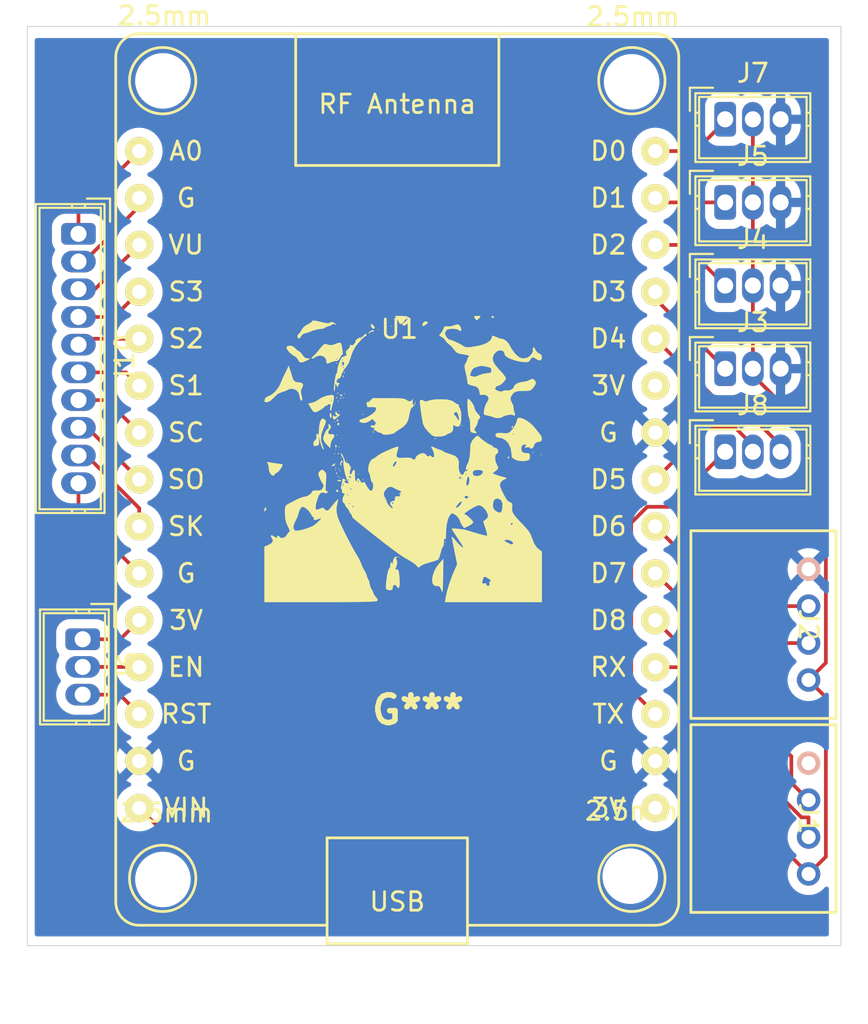
<source format=kicad_pcb>
(kicad_pcb (version 20240108) (generator "pcbnew") (generator_version "8.0")
  (layers (0 "F.Cu" signal) (31 "B.Cu" signal) (34 "B.Paste" user) (35 "F.Paste" user) (36 "B.SilkS" user "B.Silkscreen") (37 "F.SilkS" user "F.Silkscreen") (38 "B.Mask" user) (39 "F.Mask" user) (44 "Edge.Cuts" user))
  (net 0 "")
  (net 1 "Net-(U1-D8(GPIO15))")
  (net 2 "Net-(J3-Pin_2)")
  (net 4 "Net-(U1-RX(DPIO3))")
  (net 5 "GND")
  (net 6 "Net-(U1-D6(GPIO12))")
  (net 7 "Net-(U1-D7(GPIO13))")
  (net 8 "Net-(J3-Pin_1)")
  (net 9 "Net-(J4-Pin_1)")
  (net 10 "Net-(J5-Pin_1)")
  (net 11 "Net-(J6-Pin_2)")
  (net 12 "Net-(J6-Pin_3)")
  (net 13 "Net-(J6-Pin_1)")
  (net 14 "Net-(J7-Pin_1)")
  (net 15 "Net-(J8-Pin_2)")
  (net 16 "Net-(J8-Pin_3)")
  (net 17 "Net-(J8-Pin_1)")
  (net 18 "Net-(J9-Pin_2)")
  (net 19 "Net-(J9-Pin_1)")
  (net 20 "Net-(J10-Pin_6)")
  (net 21 "Net-(J10-Pin_1)")
  (net 22 "Net-(J10-Pin_10)")
  (net 23 "Net-(J10-Pin_9)")
  (net 24 "Net-(J10-Pin_3)")
  (net 25 "Net-(J10-Pin_2)")
  (net 26 "Net-(J10-Pin_5)")
  (net 27 "Net-(J10-Pin_7)")
  (net 28 "Net-(J10-Pin_4)")
  (net 29 "Net-(J10-Pin_8)")
  (footprint "Connector_Wuerth:Wuerth_WR-WTB_64800311622_1x03_P1.50mm_Vertical" (layer "F.Cu") (at 99.7204 91.8972 -90)
    (property "Reference" "J6" (at 1.5 -2.5 90) (layer "F.SilkS"))
    (property "Value" "Conn_01x03_Pin" (hide yes))
    (pad "1" thru_hole roundrect (at 0 0 270) (size 1.17 1.87) (drill 0.87) (layers "*.Cu" "*.Mask") (roundrect_rratio 0.213675) (net 13 "Net-(J6-Pin_1)"))
    (pad "2" thru_hole oval (at 1.5 0 270) (size 1.17 1.87) (drill 0.87) (layers "*.Cu" "*.Mask") (net 11 "Net-(J6-Pin_2)"))
    (pad "3" thru_hole oval (at 3 0 270) (size 1.17 1.87) (drill 0.87) (layers "*.Cu" "*.Mask") (net 12 "Net-(J6-Pin_3)"))
  )
  (footprint "MountingHole:MountingHole_2.5mm" (layer "F.Cu") (at 129.3622 104.7242)
    (property "Reference" "2.5mm" (at 0.0762 -3.5306 0) (layer "F.SilkS"))
    (property "Value" "MountingHole_2.5mm")
    (pad "" np_thru_hole circle (at 0 0) (size 2.5 2.5) (drill 2.5) (layers "*.Cu" "*.Mask"))
  )
  (footprint "MountingHole:MountingHole_2.5mm" (layer "F.Cu") (at 129.4384 61.722)
    (property "Reference" "2.5mm" (at 0.0762 -3.5306 0) (layer "F.SilkS"))
    (property "Value" "MountingHole_2.5mm")
    (pad "" np_thru_hole circle (at 0 0) (size 2.5 2.5) (drill 2.5) (layers "*.Cu" "*.Mask"))
  )
  (footprint "Connector_Wuerth:Wuerth_WR-WTB_64800311622_1x03_P1.50mm_Vertical" (layer "F.Cu") (at 134.5 68.25)
    (property "Reference" "J5" (at 1.5 -2.5 0) (layer "F.SilkS"))
    (property "Value" "Conn_01x03_Pin")
    (pad "1" thru_hole roundrect (at 0 0) (size 1.17 1.87) (drill 0.87) (layers "*.Cu" "*.Mask") (roundrect_rratio 0.213675) (net 10 "Net-(J5-Pin_1)"))
    (pad "2" thru_hole oval (at 1.5 0) (size 1.17 1.87) (drill 0.87) (layers "*.Cu" "*.Mask") (net 2 "Net-(J3-Pin_2)"))
    (pad "3" thru_hole oval (at 3 0) (size 1.17 1.87) (drill 0.87) (layers "*.Cu" "*.Mask") (net 5 "GND"))
  )
  (footprint "Connector_Wuerth:Wuerth_WR-WTB_64801011622_1x10_P1.50mm_Vertical" (layer "F.Cu") (at 99.4918 69.9516 -90)
    (property "Reference" "J10" (at 6.75 -2.5 90) (layer "F.SilkS"))
    (property "Value" "Conn_01x10_Pin")
    (pad "1" thru_hole roundrect (at 0 0 270) (size 1.17 1.87) (drill 0.87) (layers "*.Cu" "*.Mask") (roundrect_rratio 0.213675) (net 21 "Net-(J10-Pin_1)"))
    (pad "2" thru_hole oval (at 1.5 0 270) (size 1.17 1.87) (drill 0.87) (layers "*.Cu" "*.Mask") (net 25 "Net-(J10-Pin_2)"))
    (pad "3" thru_hole oval (at 3 0 270) (size 1.17 1.87) (drill 0.87) (layers "*.Cu" "*.Mask") (net 24 "Net-(J10-Pin_3)"))
    (pad "4" thru_hole oval (at 4.5 0 270) (size 1.17 1.87) (drill 0.87) (layers "*.Cu" "*.Mask") (net 28 "Net-(J10-Pin_4)"))
    (pad "5" thru_hole oval (at 6 0 270) (size 1.17 1.87) (drill 0.87) (layers "*.Cu" "*.Mask") (net 26 "Net-(J10-Pin_5)"))
    (pad "6" thru_hole oval (at 7.5 0 270) (size 1.17 1.87) (drill 0.87) (layers "*.Cu" "*.Mask") (net 20 "Net-(J10-Pin_6)"))
    (pad "7" thru_hole oval (at 9 0 270) (size 1.17 1.87) (drill 0.87) (layers "*.Cu" "*.Mask") (net 27 "Net-(J10-Pin_7)"))
    (pad "8" thru_hole oval (at 10.5 0 270) (size 1.17 1.87) (drill 0.87) (layers "*.Cu" "*.Mask") (net 29 "Net-(J10-Pin_8)"))
    (pad "9" thru_hole oval (at 12 0 270) (size 1.17 1.87) (drill 0.87) (layers "*.Cu" "*.Mask") (net 23 "Net-(J10-Pin_9)"))
    (pad "10" thru_hole oval (at 13.5 0 270) (size 1.17 1.87) (drill 0.87) (layers "*.Cu" "*.Mask") (net 22 "Net-(J10-Pin_10)"))
  )
  (footprint "Connector_Wuerth:Wuerth_WR-WTB_64800311622_1x03_P1.50mm_Vertical" (layer "F.Cu") (at 134.5 77.25)
    (property "Reference" "J3" (at 1.5 -2.5 0) (layer "F.SilkS"))
    (property "Value" "Conn_01x03_Pin")
    (pad "1" thru_hole roundrect (at 0 0) (size 1.17 1.87) (drill 0.87) (layers "*.Cu" "*.Mask") (roundrect_rratio 0.213675) (net 8 "Net-(J3-Pin_1)"))
    (pad "2" thru_hole oval (at 1.5 0) (size 1.17 1.87) (drill 0.87) (layers "*.Cu" "*.Mask") (net 2 "Net-(J3-Pin_2)"))
    (pad "3" thru_hole oval (at 3 0) (size 1.17 1.87) (drill 0.87) (layers "*.Cu" "*.Mask") (net 5 "GND"))
  )
  (footprint "Connector_Wuerth:Wuerth_WR-WTB_64800311622_1x03_P1.50mm_Vertical" (layer "F.Cu") (at 134.5 72.75)
    (property "Reference" "J4" (at 1.5 -2.5 360) (layer "F.SilkS"))
    (property "Value" "Conn_01x03_Pin")
    (pad "1" thru_hole roundrect (at 0 0) (size 1.17 1.87) (drill 0.87) (layers "*.Cu" "*.Mask") (roundrect_rratio 0.213675) (net 9 "Net-(J4-Pin_1)"))
    (pad "2" thru_hole oval (at 1.5 0) (size 1.17 1.87) (drill 0.87) (layers "*.Cu" "*.Mask") (net 2 "Net-(J3-Pin_2)"))
    (pad "3" thru_hole oval (at 3 0) (size 1.17 1.87) (drill 0.87) (layers "*.Cu" "*.Mask") (net 5 "GND"))
  )
  (footprint "Connector_Wuerth:Wuerth_WR-WTB_64800311622_1x03_P1.50mm_Vertical" (layer "F.Cu") (at 134.5 81.75)
    (property "Reference" "J8" (at 1.5 -2.5 0) (layer "F.SilkS"))
    (property "Value" "Conn_01x03_Pin")
    (pad "1" thru_hole roundrect (at 0 0) (size 1.17 1.87) (drill 0.87) (layers "*.Cu" "*.Mask") (roundrect_rratio 0.213675) (net 17 "Net-(J8-Pin_1)"))
    (pad "2" thru_hole oval (at 1.5 0) (size 1.17 1.87) (drill 0.87) (layers "*.Cu" "*.Mask") (net 15 "Net-(J8-Pin_2)"))
    (pad "3" thru_hole oval (at 3 0) (size 1.17 1.87) (drill 0.87) (layers "*.Cu" "*.Mask") (net 16 "Net-(J8-Pin_3)"))
  )
  (footprint "MountingHole:MountingHole_2.5mm" (layer "F.Cu") (at 104.0638 61.6712)
    (property "Reference" "2.5mm" (at 0.0762 -3.5306 0) (layer "F.SilkS"))
    (property "Value" "MountingHole_2.5mm")
    (pad "" np_thru_hole circle (at 0 0) (size 2.5 2.5) (drill 2.5) (layers "*.Cu" "*.Mask"))
  )
  (footprint "S4B_PH_K_S_LF__SN_:CONN_S4B-PH-K-S_JST" (layer "F.Cu") (at 139.0174 88.104901 -90)
    (property "Reference" "J2" (at 2.999999 0 -90) (layer "F.SilkS"))
    (property "Value" "S4B-PH-K-SLFSN")
    (pad "1" thru_hole circle (at 0 0 270) (size 1.27 1.27) (drill 0.762) (layers "*.Cu" "*.Mask") (net 5 "GND"))
    (pad "2" thru_hole circle (at 1.999999 0 270) (size 1.27 1.27) (drill 0.762) (layers "*.Cu" "*.Mask") (net 6 "Net-(U1-D6(GPIO12))"))
    (pad "3" thru_hole circle (at 4 0 270) (size 1.27 1.27) (drill 0.762) (layers "*.Cu" "*.Mask") (net 7 "Net-(U1-D7(GPIO13))"))
    (pad "4" thru_hole circle (at 5.999998 0 270) (size 1.27 1.27) (drill 0.762) (layers "*.Cu" "*.Mask") (net 2 "Net-(J3-Pin_2)"))
  )
  (footprint "ESP8266:NodeMCU1.0(12-E)" (layer "F.Cu") (at 116.75 83.25)
    (property "Reference" "U1" (at 0.1154 -8.1422 0) (layer "F.SilkS"))
    (property "Value" "NodeMCU1.0(ESP-12E)")
    (fp_text user "RX" (at 11.43 10.16 0) (layer "F.SilkS"))
    (fp_text user "G" (at -11.43 5.08 0) (layer "F.SilkS"))
    (fp_text user "SK" (at -11.43 2.54 0) (layer "F.SilkS"))
    (fp_text user "D5" (at 11.43 0 0) (layer "F.SilkS"))
    (fp_text user "D0" (at 11.43 -17.78 0) (layer "F.SilkS"))
    (fp_text user "G" (at -11.43 15.24 0) (layer "F.SilkS"))
    (fp_text user "A0" (at -11.43 -17.78 0) (layer "F.SilkS"))
    (fp_text user "D6" (at 11.43 2.54 0) (layer "F.SilkS"))
    (fp_text user "G" (at 11.43 15.24 0) (layer "F.SilkS"))
    (fp_text user "TX" (at 11.43 12.7 0) (layer "F.SilkS"))
    (fp_text user "D8" (at 11.43 7.62 0) (layer "F.SilkS"))
    (fp_text user "S3" (at -11.43 -10.16 0) (layer "F.SilkS"))
    (fp_text user "D7" (at 11.43 5.08 0) (layer "F.SilkS"))
    (fp_text user "D2" (at 11.43 -12.7 0) (layer "F.SilkS"))
    (fp_text user "EN" (at -11.43 10.16 0) (layer "F.SilkS"))
    (fp_text user "S2" (at -11.43 -7.62 0) (layer "F.SilkS"))
    (fp_text user "RST" (at -11.43 12.7 0) (layer "F.SilkS"))
    (fp_text user "SO" (at -11.43 0 0) (layer "F.SilkS"))
    (fp_text user "VU" (at -11.43 -12.7 0) (layer "F.SilkS"))
    (fp_text user "SC" (at -11.43 -2.54 0) (layer "F.SilkS"))
    (fp_text user "3V" (at -11.43 7.62 0) (layer "F.SilkS"))
    (fp_text user "S1" (at -11.43 -5.08 0) (layer "F.SilkS"))
    (fp_text user "D4" (at 11.43 -7.62 0) (layer "F.SilkS"))
    (fp_text user "VIN" (at -11.43 17.78 0) (layer "F.SilkS"))
    (fp_text user "RF Antenna" (at 0 -20.32 0) (layer "F.SilkS"))
    (fp_text user "G" (at 11.43 -2.54 0) (layer "F.SilkS"))
    (fp_text user "D1" (at 11.43 -15.24 0) (layer "F.SilkS"))
    (fp_text user "3V" (at 11.43 -5.08 0) (layer "F.SilkS"))
    (fp_text user "G" (at -11.43 -15.24 0) (layer "F.SilkS"))
    (fp_text user "USB" (at 0 22.86 0) (layer "F.SilkS"))
    (fp_text user "D3" (at 11.43 -10.16 0) (layer "F.SilkS"))
    (fp_text user "3V" (at 11.43 17.78 0) (layer "F.SilkS"))
    (pad "1" thru_hole circle (at -13.97 -17.78) (size 1.524 1.524) (drill 0.762) (layers "*.Cu" "*.Mask" "F.SilkS") (net 21 "Net-(J10-Pin_1)"))
    (pad "2" thru_hole circle (at -13.97 -15.24) (size 1.524 1.524) (drill 0.762) (layers "*.Cu" "*.Mask" "F.SilkS") (net 25 "Net-(J10-Pin_2)"))
    (pad "3" thru_hole circle (at -13.97 -12.7) (size 1.524 1.524) (drill 0.762) (layers "*.Cu" "*.Mask" "F.SilkS") (net 24 "Net-(J10-Pin_3)"))
    (pad "4" thru_hole circle (at -13.97 -10.16) (size 1.524 1.524) (drill 0.762) (layers "*.Cu" "*.Mask" "F.SilkS") (net 28 "Net-(J10-Pin_4)"))
    (pad "5" thru_hole circle (at -13.97 -7.62) (size 1.524 1.524) (drill 0.762) (layers "*.Cu" "*.Mask" "F.SilkS") (net 26 "Net-(J10-Pin_5)"))
    (pad "6" thru_hole circle (at -13.97 -5.08) (size 1.524 1.524) (drill 0.762) (layers "*.Cu" "*.Mask" "F.SilkS") (net 20 "Net-(J10-Pin_6)"))
    (pad "7" thru_hole circle (at -13.97 -2.54) (size 1.524 1.524) (drill 0.762) (layers "*.Cu" "*.Mask" "F.SilkS") (net 27 "Net-(J10-Pin_7)"))
    (pad "8" thru_hole circle (at -13.97 0) (size 1.524 1.524) (drill 0.762) (layers "*.Cu" "*.Mask" "F.SilkS") (net 29 "Net-(J10-Pin_8)"))
    (pad "9" thru_hole circle (at -13.97 2.54) (size 1.524 1.524) (drill 0.762) (layers "*.Cu" "*.Mask" "F.SilkS") (net 23 "Net-(J10-Pin_9)"))
    (pad "10" thru_hole circle (at -13.97 5.08) (size 1.524 1.524) (drill 0.762) (layers "*.Cu" "*.Mask" "F.SilkS") (net 22 "Net-(J10-Pin_10)"))
    (pad "11" thru_hole circle (at -13.97 7.62) (size 1.524 1.524) (drill 0.762) (layers "*.Cu" "*.Mask" "F.SilkS") (net 13 "Net-(J6-Pin_1)"))
    (pad "12" thru_hole circle (at -13.97 10.16) (size 1.524 1.524) (drill 0.762) (layers "*.Cu" "*.Mask" "F.SilkS") (net 11 "Net-(J6-Pin_2)"))
    (pad "13" thru_hole circle (at -13.97 12.7) (size 1.524 1.524) (drill 0.762) (layers "*.Cu" "*.Mask" "F.SilkS") (net 12 "Net-(J6-Pin_3)"))
    (pad "14" thru_hole circle (at -13.97 15.24) (size 1.524 1.524) (drill 0.762) (layers "*.Cu" "*.Mask" "F.SilkS") (net 5 "GND"))
    (pad "15" thru_hole circle (at -13.97 17.78) (size 1.524 1.524) (drill 0.762) (layers "*.Cu" "*.Mask" "F.SilkS") (net 2 "Net-(J3-Pin_2)"))
    (pad "16" thru_hole circle (at 13.97 17.78) (size 1.524 1.524) (drill 0.762) (layers "*.Cu" "*.Mask" "F.SilkS") (net 19 "Net-(J9-Pin_1)"))
    (pad "17" thru_hole circle (at 13.97 15.24) (size 1.524 1.524) (drill 0.762) (layers "*.Cu" "*.Mask" "F.SilkS") (net 5 "GND"))
    (pad "18" thru_hole circle (at 13.97 12.7) (size 1.524 1.524) (drill 0.762) (layers "*.Cu" "*.Mask" "F.SilkS") (net 17 "Net-(J8-Pin_1)"))
    (pad "19" thru_hole circle (at 13.97 10.16) (size 1.524 1.524) (drill 0.762) (layers "*.Cu" "*.Mask" "F.SilkS") (net 4 "Net-(U1-RX(DPIO3))"))
    (pad "20" thru_hole circle (at 13.97 7.62) (size 1.524 1.524) (drill 0.762) (layers "*.Cu" "*.Mask" "F.SilkS") (net 1 "Net-(U1-D8(GPIO15))"))
    (pad "21" thru_hole circle (at 13.97 5.08) (size 1.524 1.524) (drill 0.762) (layers "*.Cu" "*.Mask" "F.SilkS") (net 7 "Net-(U1-D7(GPIO13))"))
    (pad "22" thru_hole circle (at 13.97 2.54) (size 1.524 1.524) (drill 0.762) (layers "*.Cu" "*.Mask" "F.SilkS") (net 6 "Net-(U1-D6(GPIO12))"))
    (pad "23" thru_hole circle (at 13.97 0) (size 1.524 1.524) (drill 0.762) (layers "*.Cu" "*.Mask" "F.SilkS") (net 15 "Net-(J8-Pin_2)"))
    (pad "24" thru_hole circle (at 13.97 -2.54) (size 1.524 1.524) (drill 0.762) (layers "*.Cu" "*.Mask" "F.SilkS") (net 5 "GND"))
    (pad "25" thru_hole circle (at 13.97 -5.08) (size 1.524 1.524) (drill 0.762) (layers "*.Cu" "*.Mask" "F.SilkS") (net 18 "Net-(J9-Pin_2)"))
    (pad "26" thru_hole circle (at 13.97 -7.62) (size 1.524 1.524) (drill 0.762) (layers "*.Cu" "*.Mask" "F.SilkS") (net 16 "Net-(J8-Pin_3)"))
    (pad "27" thru_hole circle (at 13.97 -10.16) (size 1.524 1.524) (drill 0.762) (layers "*.Cu" "*.Mask" "F.SilkS") (net 8 "Net-(J3-Pin_1)"))
    (pad "28" thru_hole circle (at 13.97 -12.7) (size 1.524 1.524) (drill 0.762) (layers "*.Cu" "*.Mask" "F.SilkS") (net 9 "Net-(J4-Pin_1)"))
    (pad "29" thru_hole circle (at 13.97 -15.24) (size 1.524 1.524) (drill 0.762) (layers "*.Cu" "*.Mask" "F.SilkS") (net 10 "Net-(J5-Pin_1)"))
    (pad "30" thru_hole circle (at 13.97 -17.78) (size 1.524 1.524) (drill 0.762) (layers "*.Cu" "*.Mask" "F.SilkS") (net 14 "Net-(J7-Pin_1)"))
  )
  (footprint "Connector_Wuerth:Wuerth_WR-WTB_64800311622_1x03_P1.50mm_Vertical" (layer "F.Cu") (at 134.5 63.75)
    (property "Reference" "J7" (at 1.5 -2.5 0) (layer "F.SilkS"))
    (property "Value" "Conn_01x03_Pin")
    (pad "1" thru_hole roundrect (at 0 0) (size 1.17 1.87) (drill 0.87) (layers "*.Cu" "*.Mask") (roundrect_rratio 0.213675) (net 14 "Net-(J7-Pin_1)"))
    (pad "2" thru_hole oval (at 1.5 0) (size 1.17 1.87) (drill 0.87) (layers "*.Cu" "*.Mask") (net 2 "Net-(J3-Pin_2)"))
    (pad "3" thru_hole oval (at 3 0) (size 1.17 1.87) (drill 0.87) (layers "*.Cu" "*.Mask") (net 5 "GND"))
  )
  (footprint "S4B_PH_K_S_LF__SN_:CONN_S4B-PH-K-S_JST" (layer "F.Cu") (at 139.0174 98.604901 -90)
    (property "Reference" "J1" (at 2.999999 0 -90) (layer "F.SilkS"))
    (property "Value" "S4B-PH-K-SLFSN")
    (pad "1" thru_hole circle (at 0 0 270) (size 1.27 1.27) (drill 0.762) (layers "*.Cu" "*.Mask"))
    (pad "2" thru_hole circle (at 1.999999 0 270) (size 1.27 1.27) (drill 0.762) (layers "*.Cu" "*.Mask") (net 1 "Net-(U1-D8(GPIO15))"))
    (pad "3" thru_hole circle (at 4 0 270) (size 1.27 1.27) (drill 0.762) (layers "*.Cu" "*.Mask") (net 4 "Net-(U1-RX(DPIO3))"))
    (pad "4" thru_hole circle (at 5.999998 0 270) (size 1.27 1.27) (drill 0.762) (layers "*.Cu" "*.Mask") (net 2 "Net-(J3-Pin_2)"))
  )
  (footprint "LOGO" (layer "F.Cu") (at 117.039133 82.114134)
    (property "Reference" "G***" (at 0.8382 13.6144 0) (layer "F.SilkS") (effects (font (size 1.5 1.5) (thickness 0.3))))
    (property "Value" "LOGO" (hide yes))
  )
  (footprint "MountingHole:MountingHole_2.5mm" (layer "F.Cu") (at 104.0638 104.902)
    (property "Reference" "2.5mm" (at 0.1778 -3.6068 0) (layer "F.SilkS"))
    (property "Value" "MountingHole_2.5mm")
    (pad "" np_thru_hole circle (at 0 0) (size 2.5 2.5) (drill 2.5) (layers "*.Cu" "*.Mask"))
  )
  (gr_rect (start 96.7232 58.7248) (end 140.7668 108.4834) (stroke (width 0.05)) (fill none) (layer "Edge.Cuts"))
  (segment (start 138.0824 99.6699) (end 138.0824 98.2324) (width 0.2) (layer "F.Cu") (net 1))
  (segment (start 138.0824 98.2324) (end 130.72 90.87) (width 0.2) (layer "F.Cu") (net 1))
  (segment (start 139.0174 100.6049) (end 138.0824 99.6699) (width 0.2) (layer "F.Cu") (net 1))
  (segment (start 139.9524 93.169899) (end 139.0174 94.104899) (width 0.2) (layer "F.Cu") (net 2))
  (segment (start 104.1882 102.4382) (end 102.78 101.03) (width 0.2) (layer "F.Cu") (net 2))
  (segment (start 139.0174 104.604899) (end 136.850701 102.4382) (width 0.2) (layer "F.Cu") (net 2))
  (segment (start 139.9524 81.5524) (end 139.9524 93.169899) (width 0.2) (layer "F.Cu") (net 2))
  (segment (start 136 72.75) (end 136 77.25) (width 0.2) (layer "F.Cu") (net 2))
  (segment (start 136.850701 102.4382) (end 104.1882 102.4382) (width 0.2) (layer "F.Cu") (net 2))
  (segment (start 136 77.25) (end 136 77.6) (width 0.2) (layer "F.Cu") (net 2))
  (segment (start 136 63.75) (end 136 68.25) (width 0.2) (layer "F.Cu") (net 2))
  (segment (start 139.9524 95.039899) (end 139.9524 103.669899) (width 0.2) (layer "F.Cu") (net 2))
  (segment (start 139.9524 103.669899) (end 139.0174 104.604899) (width 0.2) (layer "F.Cu") (net 2))
  (segment (start 136 68.25) (end 136 72.75) (width 0.2) (layer "F.Cu") (net 2))
  (segment (start 139.0174 94.104899) (end 139.9524 95.039899) (width 0.2) (layer "F.Cu") (net 2))
  (segment (start 136 77.6) (end 139.9524 81.5524) (width 0.2) (layer "F.Cu") (net 2))
  (segment (start 132.694314 93.41) (end 130.72 93.41) (width 0.2) (layer "F.Cu") (net 4))
  (segment (start 137.6824 98.398086) (end 132.694314 93.41) (width 0.2) (layer "F.Cu") (net 4))
  (segment (start 139.0174 101.5399) (end 138.63011 101.5399) (width 0.2) (layer "F.Cu") (net 4))
  (segment (start 138.63011 101.5399) (end 137.6824 100.59219) (width 0.2) (layer "F.Cu") (net 4))
  (segment (start 137.6824 100.59219) (end 137.6824 98.398086) (width 0.2) (layer "F.Cu") (net 4))
  (segment (start 139.0174 102.604901) (end 139.0174 101.5399) (width 0.2) (layer "F.Cu") (net 4))
  (segment (start 135.0349 90.1049) (end 130.72 85.79) (width 0.2) (layer "F.Cu") (net 6))
  (segment (start 139.0174 90.1049) (end 135.0349 90.1049) (width 0.2) (layer "F.Cu") (net 6))
  (segment (start 139.0174 92.104901) (end 134.494901 92.104901) (width 0.2) (layer "F.Cu") (net 7))
  (segment (start 134.494901 92.104901) (end 130.72 88.33) (width 0.2) (layer "F.Cu") (net 7))
  (segment (start 130.72 73.47) (end 130.72 73.09) (width 0.2) (layer "F.Cu") (net 8))
  (segment (start 134.5 77.25) (end 130.72 73.47) (width 0.2) (layer "F.Cu") (net 8))
  (segment (start 132.3 70.55) (end 130.72 70.55) (width 0.2) (layer "F.Cu") (net 9))
  (segment (start 134.5 72.75) (end 132.3 70.55) (width 0.2) (layer "F.Cu") (net 9))
  (segment (start 134.5 68.25) (end 130.96 68.25) (width 0.2) (layer "F.Cu") (net 10))
  (segment (start 130.96 68.25) (end 130.72 68.01) (width 0.2) (layer "F.Cu") (net 10))
  (segment (start 99.7204 93.3972) (end 102.7672 93.3972) (width 0.2) (layer "F.Cu") (net 11))
  (segment (start 102.7672 93.3972) (end 102.78 93.41) (width 0.2) (layer "F.Cu") (net 11))
  (segment (start 99.7204 94.8972) (end 101.7272 94.8972) (width 0.2) (layer "F.Cu") (net 12))
  (segment (start 101.7272 94.8972) (end 102.78 95.95) (width 0.2) (layer "F.Cu") (net 12))
  (segment (start 99.7204 91.8972) (end 101.7528 91.8972) (width 0.2) (layer "F.Cu") (net 13))
  (segment (start 101.7528 91.8972) (end 102.78 90.87) (width 0.2) (layer "F.Cu") (net 13))
  (segment (start 134.5 63.75) (end 134.5 63.851579) (width 0.2) (layer "F.Cu") (net 14))
  (segment (start 132.881579 65.47) (end 130.72 65.47) (width 0.2) (layer "F.Cu") (net 14))
  (segment (start 134.5 63.851579) (end 132.881579 65.47) (width 0.2) (layer "F.Cu") (net 14))
  (segment (start 133.5028 80.4672) (end 130.72 83.25) (width 0.2) (layer "F.Cu") (net 15))
  (segment (start 136 81.4) (end 135.0672 80.4672) (width 0.2) (layer "F.Cu") (net 15))
  (segment (start 136 81.75) (end 136 81.4) (width 0.2) (layer "F.Cu") (net 15))
  (segment (start 135.0672 80.4672) (end 133.5028 80.4672) (width 0.2) (layer "F.Cu") (net 15))
  (segment (start 137.5 81.75) (end 137.5 81.4) (width 0.2) (layer "F.Cu") (net 16))
  (segment (start 134.892648 78.792648) (end 133.882648 78.792648) (width 0.2) (layer "F.Cu") (net 16))
  (segment (start 133.882648 78.792648) (end 130.72 75.63) (width 0.2) (layer "F.Cu") (net 16))
  (segment (start 137.5 81.4) (end 134.892648 78.792648) (width 0.2) (layer "F.Cu") (net 16))
  (segment (start 130.280105 84.728) (end 129.413 85.595105) (width 0.2) (layer "F.Cu") (net 17))
  (segment (start 131.522 84.728) (end 130.280105 84.728) (width 0.2) (layer "F.Cu") (net 17))
  (segment (start 129.413 94.643) (end 130.72 95.95) (width 0.2) (layer "F.Cu") (net 17))
  (segment (start 129.413 85.595105) (end 129.413 94.643) (width 0.2) (layer "F.Cu") (net 17))
  (segment (start 134.5 81.75) (end 131.522 84.728) (width 0.2) (layer "F.Cu") (net 17))
  (segment (start 102.0616 77.4516) (end 99.4918 77.4516) (width 0.2) (layer "F.Cu") (net 20))
  (segment (start 102.78 78.17) (end 102.0616 77.4516) (width 0.2) (layer "F.Cu") (net 20))
  (segment (start 102.7024 65.3924) (end 102.78 65.47) (width 0.2) (layer "F.Cu") (net 21))
  (segment (start 99.4918 68.7582) (end 102.78 65.47) (width 0.2) (layer "F.Cu") (net 21))
  (segment (start 99.4918 69.9516) (end 99.4918 68.7582) (width 0.2) (layer "F.Cu") (net 21))
  (segment (start 99.4918 85.0418) (end 102.78 88.33) (width 0.2) (layer "F.Cu") (net 22))
  (segment (start 99.4918 83.4516) (end 99.4918 85.0418) (width 0.2) (layer "F.Cu") (net 22))
  (segment (start 102.78 84.8048) (end 102.78 85.79) (width 0.2) (layer "F.Cu") (net 23))
  (segment (start 99.9268 81.9516) (end 102.78 84.8048) (width 0.2) (layer "F.Cu") (net 23))
  (segment (start 99.4918 81.9516) (end 99.9268 81.9516) (width 0.2) (layer "F.Cu") (net 23))
  (segment (start 100.3784 72.9516) (end 99.4918 72.9516) (width 0.2) (layer "F.Cu") (net 24))
  (segment (start 102.78 70.55) (end 100.3784 72.9516) (width 0.2) (layer "F.Cu") (net 24))
  (segment (start 102.78 68.468144) (end 99.796544 71.4516) (width 0.2) (layer "F.Cu") (net 25))
  (segment (start 102.78 68.01) (end 102.78 68.468144) (width 0.2) (layer "F.Cu") (net 25))
  (segment (start 99.796544 71.4516) (end 99.4918 71.4516) (width 0.2) (layer "F.Cu") (net 25))
  (segment (start 99.8134 75.63) (end 99.4918 75.9516) (width 0.2) (layer "F.Cu") (net 26))
  (segment (start 102.78 75.1854) (end 102.78 75.63) (width 0.2) (layer "F.Cu") (net 26))
  (segment (start 102.78 75.63) (end 99.8134 75.63) (width 0.2) (layer "F.Cu") (net 26))
  (segment (start 101.0216 78.9516) (end 99.4918 78.9516) (width 0.2) (layer "F.Cu") (net 27))
  (segment (start 102.78 80.71) (end 101.0216 78.9516) (width 0.2) (layer "F.Cu") (net 27))
  (segment (start 102.78 73.09) (end 101.4184 74.4516) (width 0.2) (layer "F.Cu") (net 28))
  (segment (start 101.4184 74.4516) (end 99.4918 74.4516) (width 0.2) (layer "F.Cu") (net 28))
  (segment (start 102.78 83.25) (end 99.9816 80.4516) (width 0.2) (layer "F.Cu") (net 29))
  (segment (start 99.9816 80.4516) (end 99.4918 80.4516) (width 0.2) (layer "F.Cu") (net 29))
  (zone (net 5) (net_name "GND") (layer "B.Cu") (priority 2) (connect_pads (clearance 0.5)) (min_thickness 0.25) (fill yes (thermal_gap 0.5) (thermal_bridge_width 0.5))
    (polygon (pts (xy 96.52 58.7502) (xy 140.716 58.7502) (xy 140.716 108.585) (xy 96.52 108.585)))
  )
)
</source>
